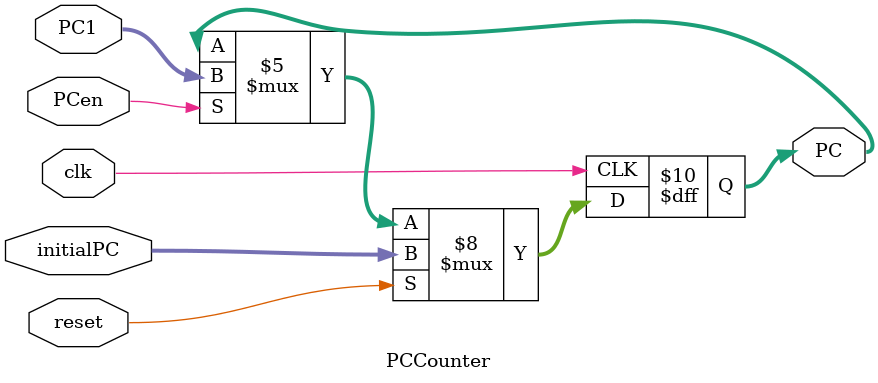
<source format=v>
module PCCounter (input clk, reset, input [63:0] initialPC, 
input PCen, input [63:0] PC1, output reg [63:0] PC);

always@(posedge clk)
begin
if (reset==1)
PC<=initialPC;
else if(PCen == 0)
PC <= PC;
else 
PC <= PC1;
end
endmodule

</source>
